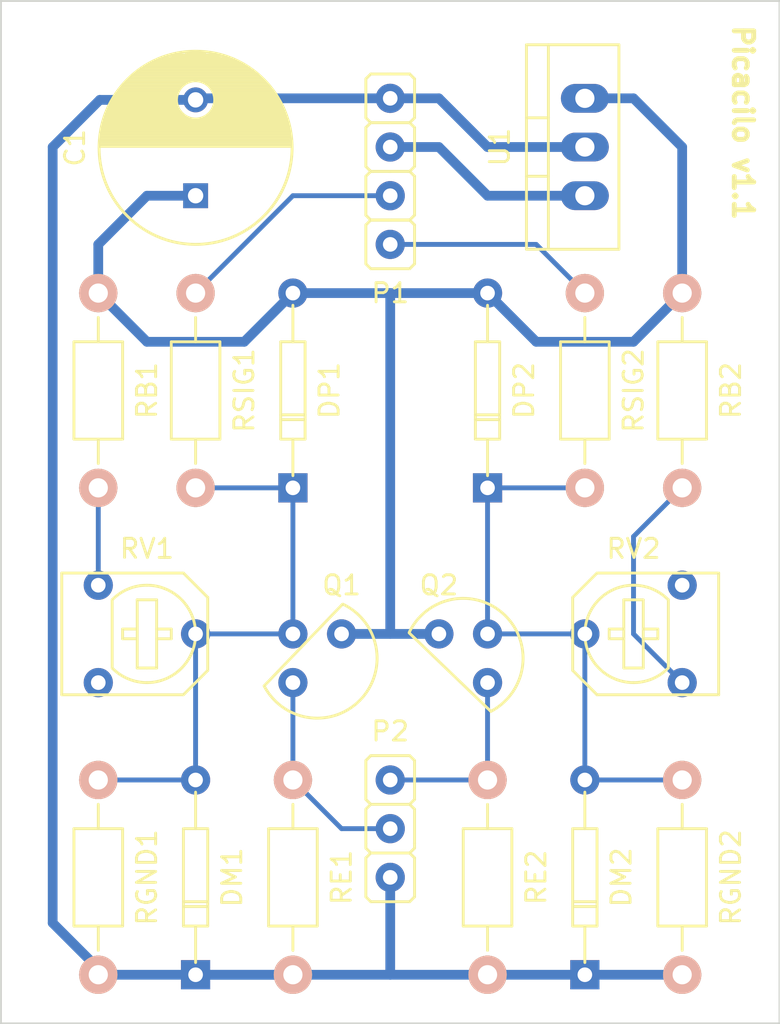
<source format=kicad_pcb>
(kicad_pcb (version 20221018) (generator pcbnew)
  (title_block (title "Picacilo") (date "2016-12-12") (rev "1.1"))
  (layers (0 "F.Cu" signal) (31 "B.Cu" signal) (34 "B.Paste" user) (35 "F.Paste" user) (36 "B.SilkS" user "B.Silkscreen") (37 "F.SilkS" user "F.Silkscreen") (38 "B.Mask" user) (39 "F.Mask" user) (44 "Edge.Cuts" user))
  (net 0 "")
  (net 1 "GND")
  (net 2 "VB1")
  (net 3 "VOUT1")
  (net 4 "VOUT2")
  (net 5 "VSTABLE")
  (net 6 "Net-(RB1-Pad2)")
  (net 7 "VIN1")
  (net 8 "VIN2")
  (net 9 "VCC")
  (net 10 "VB2")
  (net 11 "Net-(RB2-Pad2)")
  (footprint "Capacitors_THT:C_Radial_D10_L20_P5" (layer "F.Cu") (at 144.145 87.63 90)
    (fp_text reference "C1" (at 2.5 -6.3 270) (layer "F.SilkS"))
    (fp_text value "100uF" hide)
    (fp_line (start 2.575 -4.999) (end 2.575 4.999) (stroke (width 0.15)) (layer "F.SilkS"))
    (fp_line (start 2.715 -4.995) (end 2.715 4.995) (stroke (width 0.15)) (layer "F.SilkS"))
    (fp_line (start 2.855 -4.987) (end 2.855 4.987) (stroke (width 0.15)) (layer "F.SilkS"))
    (fp_line (start 2.995 -4.975) (end 2.995 4.975) (stroke (width 0.15)) (layer "F.SilkS"))
    (fp_line (start 3.135 -4.96) (end 3.135 4.96) (stroke (width 0.15)) (layer "F.SilkS"))
    (fp_line (start 3.275 -4.94) (end 3.275 4.94) (stroke (width 0.15)) (layer "F.SilkS"))
    (fp_line (start 3.415 -4.916) (end 3.415 4.916) (stroke (width 0.15)) (layer "F.SilkS"))
    (fp_line (start 3.555 -4.887) (end 3.555 4.887) (stroke (width 0.15)) (layer "F.SilkS"))
    (fp_line (start 3.695 -4.855) (end 3.695 4.855) (stroke (width 0.15)) (layer "F.SilkS"))
    (fp_line (start 3.835 -4.818) (end 3.835 4.818) (stroke (width 0.15)) (layer "F.SilkS"))
    (fp_line (start 3.975 -4.777) (end 3.975 4.777) (stroke (width 0.15)) (layer "F.SilkS"))
    (fp_line (start 4.115 -4.732) (end 4.115 -0.466) (stroke (width 0.15)) (layer "F.SilkS"))
    (fp_line (start 4.115 0.466) (end 4.115 4.732) (stroke (width 0.15)) (layer "F.SilkS"))
    (fp_line (start 4.255 -4.682) (end 4.255 -0.667) (stroke (width 0.15)) (layer "F.SilkS"))
    (fp_line (start 4.255 0.667) (end 4.255 4.682) (stroke (width 0.15)) (layer "F.SilkS"))
    (fp_line (start 4.395 -4.627) (end 4.395 -0.796) (stroke (width 0.15)) (layer "F.SilkS"))
    (fp_line (start 4.395 0.796) (end 4.395 4.627) (stroke (width 0.15)) (layer "F.SilkS"))
    (fp_line (start 4.535 -4.567) (end 4.535 -0.885) (stroke (width 0.15)) (layer "F.SilkS"))
    (fp_line (start 4.535 0.885) (end 4.535 4.567) (stroke (width 0.15)) (layer "F.SilkS"))
    (fp_line (start 4.675 -4.502) (end 4.675 -0.946) (stroke (width 0.15)) (layer "F.SilkS"))
    (fp_line (start 4.675 0.946) (end 4.675 4.502) (stroke (width 0.15)) (layer "F.SilkS"))
    (fp_line (start 4.815 -4.432) (end 4.815 -0.983) (stroke (width 0.15)) (layer "F.SilkS"))
    (fp_line (start 4.815 0.983) (end 4.815 4.432) (stroke (width 0.15)) (layer "F.SilkS"))
    (fp_line (start 4.955 -4.356) (end 4.955 -0.999) (stroke (width 0.15)) (layer "F.SilkS"))
    (fp_line (start 4.955 0.999) (end 4.955 4.356) (stroke (width 0.15)) (layer "F.SilkS"))
    (fp_line (start 5.095 -4.274) (end 5.095 -0.995) (stroke (width 0.15)) (layer "F.SilkS"))
    (fp_line (start 5.095 0.995) (end 5.095 4.274) (stroke (width 0.15)) (layer "F.SilkS"))
    (fp_line (start 5.235 -4.186) (end 5.235 -0.972) (stroke (width 0.15)) (layer "F.SilkS"))
    (fp_line (start 5.235 0.972) (end 5.235 4.186) (stroke (width 0.15)) (layer "F.SilkS"))
    (fp_line (start 5.375 -4.091) (end 5.375 -0.927) (stroke (width 0.15)) (layer "F.SilkS"))
    (fp_line (start 5.375 0.927) (end 5.375 4.091) (stroke (width 0.15)) (layer "F.SilkS"))
    (fp_line (start 5.515 -3.989) (end 5.515 -0.857) (stroke (width 0.15)) (layer "F.SilkS"))
    (fp_line (start 5.515 0.857) (end 5.515 3.989) (stroke (width 0.15)) (layer "F.SilkS"))
    (fp_line (start 5.655 -3.879) (end 5.655 -0.756) (stroke (width 0.15)) (layer "F.SilkS"))
    (fp_line (start 5.655 0.756) (end 5.655 3.879) (stroke (width 0.15)) (layer "F.SilkS"))
    (fp_line (start 5.795 -3.761) (end 5.795 -0.607) (stroke (width 0.15)) (layer "F.SilkS"))
    (fp_line (start 5.795 0.607) (end 5.795 3.761) (stroke (width 0.15)) (layer "F.SilkS"))
    (fp_line (start 5.935 -3.633) (end 5.935 -0.355) (stroke (width 0.15)) (layer "F.SilkS"))
    (fp_line (start 5.935 0.355) (end 5.935 3.633) (stroke (width 0.15)) (layer "F.SilkS"))
    (fp_line (start 6.075 -3.496) (end 6.075 3.496) (stroke (width 0.15)) (layer "F.SilkS"))
    (fp_line (start 6.215 -3.346) (end 6.215 3.346) (stroke (width 0.15)) (layer "F.SilkS"))
    (fp_line (start 6.355 -3.184) (end 6.355 3.184) (stroke (width 0.15)) (layer "F.SilkS"))
    (fp_line (start 6.495 -3.007) (end 6.495 3.007) (stroke (width 0.15)) (layer "F.SilkS"))
    (fp_line (start 6.635 -2.811) (end 6.635 2.811) (stroke (width 0.15)) (layer "F.SilkS"))
    (fp_line (start 6.775 -2.593) (end 6.775 2.593) (stroke (width 0.15)) (layer "F.SilkS"))
    (fp_line (start 6.915 -2.347) (end 6.915 2.347) (stroke (width 0.15)) (layer "F.SilkS"))
    (fp_line (start 7.055 -2.062) (end 7.055 2.062) (stroke (width 0.15)) (layer "F.SilkS"))
    (fp_line (start 7.195 -1.72) (end 7.195 1.72) (stroke (width 0.15)) (layer "F.SilkS"))
    (fp_line (start 7.335 -1.274) (end 7.335 1.274) (stroke (width 0.15)) (layer "F.SilkS"))
    (fp_line (start 7.475 -0.499) (end 7.475 0.499) (stroke (width 0.15)) (layer "F.SilkS"))
    (fp_circle (center 2.5 0) (end 2.5 -5.0375) (stroke (width 0.15)) (fill none) (layer "F.SilkS"))
    (fp_circle (center 5 0) (end 5 -1) (stroke (width 0.15)) (fill none) (layer "F.SilkS"))
    (pad "1" thru_hole rect (at 0 0 90) (size 1.3 1.3) (drill 0.8) (layers "*.Cu" "*.Mask") (net 5 "VSTABLE"))
    (pad "2" thru_hole circle (at 5 0 90) (size 1.3 1.3) (drill 0.8) (layers "*.Cu" "*.Mask") (net 1 "GND"))
  )
  (footprint "boul51:Diode-DO41" (layer "F.Cu") (at 144.145 123.19 90)
    (fp_text reference "DM1" (at 0 1.905 90) (layer "F.SilkS"))
    (fp_text value "1N4007" hide)
    (fp_line (start -4.445 0) (end -2.54 0) (stroke (width 0.15)) (layer "F.SilkS"))
    (fp_line (start -2.54 -0.635) (end -2.54 0.635) (stroke (width 0.15)) (layer "F.SilkS"))
    (fp_line (start -2.54 0.635) (end 2.54 0.635) (stroke (width 0.15)) (layer "F.SilkS"))
    (fp_line (start -1.524 -0.635) (end -1.524 0.635) (stroke (width 0.15)) (layer "F.SilkS"))
    (fp_line (start -1.27 -0.635) (end -1.27 0.635) (stroke (width 0.15)) (layer "F.SilkS"))
    (fp_line (start 2.54 -0.635) (end -2.54 -0.635) (stroke (width 0.15)) (layer "F.SilkS"))
    (fp_line (start 2.54 0) (end 2.54 -0.635) (stroke (width 0.15)) (layer "F.SilkS"))
    (fp_line (start 2.54 0) (end 4.445 0) (stroke (width 0.15)) (layer "F.SilkS"))
    (fp_line (start 2.54 0.635) (end 2.54 0) (stroke (width 0.15)) (layer "F.SilkS"))
    (pad "1" thru_hole rect (at -5.08 0 90) (size 1.524 1.524) (drill 0.762) (layers "*.Cu" "*.Mask") (net 1 "GND"))
    (pad "2" thru_hole circle (at 5.08 0 90) (size 1.524 1.524) (drill 0.762) (layers "*.Cu" "*.Mask") (net 2 "VB1"))
  )
  (footprint "boul51:Diode-DO41" (layer "F.Cu") (at 149.225 97.79 90)
    (fp_text reference "DP1" (at 0 1.905 90) (layer "F.SilkS"))
    (fp_text value "1N4007" hide)
    (fp_line (start -4.445 0) (end -2.54 0) (stroke (width 0.15)) (layer "F.SilkS"))
    (fp_line (start -2.54 -0.635) (end -2.54 0.635) (stroke (width 0.15)) (layer "F.SilkS"))
    (fp_line (start -2.54 0.635) (end 2.54 0.635) (stroke (width 0.15)) (layer "F.SilkS"))
    (fp_line (start -1.524 -0.635) (end -1.524 0.635) (stroke (width 0.15)) (layer "F.SilkS"))
    (fp_line (start -1.27 -0.635) (end -1.27 0.635) (stroke (width 0.15)) (layer "F.SilkS"))
    (fp_line (start 2.54 -0.635) (end -2.54 -0.635) (stroke (width 0.15)) (layer "F.SilkS"))
    (fp_line (start 2.54 0) (end 2.54 -0.635) (stroke (width 0.15)) (layer "F.SilkS"))
    (fp_line (start 2.54 0) (end 4.445 0) (stroke (width 0.15)) (layer "F.SilkS"))
    (fp_line (start 2.54 0.635) (end 2.54 0) (stroke (width 0.15)) (layer "F.SilkS"))
    (pad "1" thru_hole rect (at -5.08 0 90) (size 1.524 1.524) (drill 0.762) (layers "*.Cu" "*.Mask") (net 2 "VB1"))
    (pad "2" thru_hole circle (at 5.08 0 90) (size 1.524 1.524) (drill 0.762) (layers "*.Cu" "*.Mask") (net 5 "VSTABLE"))
  )
  (footprint "boul51:TO-92_1" (layer "F.Cu") (at 151.765 110.49 180)
    (fp_text reference "Q1" (at 0 2.54 180) (layer "F.SilkS"))
    (fp_text value "BC547b" hide)
    (fp_line (start -0.0508 1.5494) (end 4.04114 -2.71272) (stroke (width 0.15)) (layer "F.SilkS"))
    (fp_arc (start -0.0762 1.5494) (mid -0.976548 -3.441242) (end 4.04188 -2.71151) (stroke (width 0.15)) (layer "F.SilkS"))
    (pad "1" thru_hole circle (at 0 0 180) (size 1.524 1.524) (drill 0.762) (layers "*.Cu" "*.Mask") (net 5 "VSTABLE"))
    (pad "2" thru_hole circle (at 2.54 0 180) (size 1.524 1.524) (drill 0.762) (layers "*.Cu" "*.Mask") (net 2 "VB1"))
    (pad "3" thru_hole circle (at 2.54 -2.54 180) (size 1.524 1.524) (drill 0.762) (layers "*.Cu" "*.Mask") (net 3 "VOUT1"))
  )
  (footprint "Resistors_THT:Resistor_Horizontal_RM10mm" (layer "F.Cu") (at 139.065 92.71 -90)
    (fp_text reference "RB1" (at 5.08 -2.54 270) (layer "F.SilkS"))
    (fp_text value "33k")
    (fp_line (start 2.54 -1.27) (end 7.62 -1.27) (stroke (width 0.15)) (layer "F.SilkS"))
    (fp_line (start 2.54 0) (end 1.27 0) (stroke (width 0.15)) (layer "F.SilkS"))
    (fp_line (start 2.54 1.27) (end 2.54 -1.27) (stroke (width 0.15)) (layer "F.SilkS"))
    (fp_line (start 7.62 -1.27) (end 7.62 1.27) (stroke (width 0.15)) (layer "F.SilkS"))
    (fp_line (start 7.62 0) (end 8.89 0) (stroke (width 0.15)) (layer "F.SilkS"))
    (fp_line (start 7.62 1.27) (end 2.54 1.27) (stroke (width 0.15)) (layer "F.SilkS"))
    (pad "1" thru_hole circle (at 0 0 270) (size 1.99898 1.99898) (drill 1.00076) (layers "*.Cu" "*.SilkS" "*.Mask") (net 5 "VSTABLE"))
    (pad "2" thru_hole circle (at 10.16 0 270) (size 1.99898 1.99898) (drill 1.00076) (layers "*.Cu" "*.SilkS" "*.Mask") (net 6 "Net-(RB1-Pad2)"))
  )
  (footprint "Resistors_THT:Resistor_Horizontal_RM10mm" (layer "F.Cu") (at 149.225 118.11 -90)
    (fp_text reference "RE1" (at 5.08 -2.54 270) (layer "F.SilkS"))
    (fp_text value "1k")
    (fp_line (start 2.54 -1.27) (end 7.62 -1.27) (stroke (width 0.15)) (layer "F.SilkS"))
    (fp_line (start 2.54 0) (end 1.27 0) (stroke (width 0.15)) (layer "F.SilkS"))
    (fp_line (start 2.54 1.27) (end 2.54 -1.27) (stroke (width 0.15)) (layer "F.SilkS"))
    (fp_line (start 7.62 -1.27) (end 7.62 1.27) (stroke (width 0.15)) (layer "F.SilkS"))
    (fp_line (start 7.62 0) (end 8.89 0) (stroke (width 0.15)) (layer "F.SilkS"))
    (fp_line (start 7.62 1.27) (end 2.54 1.27) (stroke (width 0.15)) (layer "F.SilkS"))
    (pad "1" thru_hole circle (at 0 0 270) (size 1.99898 1.99898) (drill 1.00076) (layers "*.Cu" "*.SilkS" "*.Mask") (net 3 "VOUT1"))
    (pad "2" thru_hole circle (at 10.16 0 270) (size 1.99898 1.99898) (drill 1.00076) (layers "*.Cu" "*.SilkS" "*.Mask") (net 1 "GND"))
  )
  (footprint "Resistors_THT:Resistor_Horizontal_RM10mm" (layer "F.Cu") (at 139.065 118.11 -90)
    (fp_text reference "RGND1" (at 5.08 -2.54 270) (layer "F.SilkS"))
    (fp_text value "56k")
    (fp_line (start 2.54 -1.27) (end 7.62 -1.27) (stroke (width 0.15)) (layer "F.SilkS"))
    (fp_line (start 2.54 0) (end 1.27 0) (stroke (width 0.15)) (layer "F.SilkS"))
    (fp_line (start 2.54 1.27) (end 2.54 -1.27) (stroke (width 0.15)) (layer "F.SilkS"))
    (fp_line (start 7.62 -1.27) (end 7.62 1.27) (stroke (width 0.15)) (layer "F.SilkS"))
    (fp_line (start 7.62 0) (end 8.89 0) (stroke (width 0.15)) (layer "F.SilkS"))
    (fp_line (start 7.62 1.27) (end 2.54 1.27) (stroke (width 0.15)) (layer "F.SilkS"))
    (pad "1" thru_hole circle (at 0 0 270) (size 1.99898 1.99898) (drill 1.00076) (layers "*.Cu" "*.SilkS" "*.Mask") (net 2 "VB1"))
    (pad "2" thru_hole circle (at 10.16 0 270) (size 1.99898 1.99898) (drill 1.00076) (layers "*.Cu" "*.SilkS" "*.Mask") (net 1 "GND"))
  )
  (footprint "Resistors_THT:Resistor_Horizontal_RM10mm" (layer "F.Cu") (at 144.145 92.71 -90)
    (fp_text reference "RSIG1" (at 5.08 -2.54 270) (layer "F.SilkS"))
    (fp_text value "1MEG")
    (fp_line (start 2.54 -1.27) (end 7.62 -1.27) (stroke (width 0.15)) (layer "F.SilkS"))
    (fp_line (start 2.54 0) (end 1.27 0) (stroke (width 0.15)) (layer "F.SilkS"))
    (fp_line (start 2.54 1.27) (end 2.54 -1.27) (stroke (width 0.15)) (layer "F.SilkS"))
    (fp_line (start 7.62 -1.27) (end 7.62 1.27) (stroke (width 0.15)) (layer "F.SilkS"))
    (fp_line (start 7.62 0) (end 8.89 0) (stroke (width 0.15)) (layer "F.SilkS"))
    (fp_line (start 7.62 1.27) (end 2.54 1.27) (stroke (width 0.15)) (layer "F.SilkS"))
    (pad "1" thru_hole circle (at 0 0 270) (size 1.99898 1.99898) (drill 1.00076) (layers "*.Cu" "*.SilkS" "*.Mask") (net 7 "VIN1"))
    (pad "2" thru_hole circle (at 10.16 0 270) (size 1.99898 1.99898) (drill 1.00076) (layers "*.Cu" "*.SilkS" "*.Mask") (net 2 "VB1"))
  )
  (footprint "boul51:Pot_5x8mm" (layer "F.Cu") (at 141.605 110.49 -90)
    (fp_text reference "RV1" (at -4.445 0) (layer "F.SilkS"))
    (fp_text value "47k")
    (fp_line (start -3.175 -1.905) (end -3.175 4.445) (stroke (width 0.15)) (layer "F.SilkS"))
    (fp_line (start -3.175 -1.905) (end -1.905 -3.175) (stroke (width 0.15)) (layer "F.SilkS"))
    (fp_line (start -1.905 -3.175) (end 1.905 -3.175) (stroke (width 0.15)) (layer "F.SilkS"))
    (fp_line (start -1.78308 1.8161) (end 1.78816 1.8161) (stroke (width 0.15)) (layer "F.SilkS"))
    (fp_line (start -1.778 -0.508) (end -1.778 0.508) (stroke (width 0.15)) (layer "F.SilkS"))
    (fp_line (start -1.778 0.508) (end 1.778 0.508) (stroke (width 0.15)) (layer "F.SilkS"))
    (fp_line (start -0.254 -1.27) (end 0.254 -1.27) (stroke (width 0.15)) (layer "F.SilkS"))
    (fp_line (start -0.254 -0.508) (end -0.254 -1.27) (stroke (width 0.15)) (layer "F.SilkS"))
    (fp_line (start -0.254 0.508) (end -0.254 1.27) (stroke (width 0.15)) (layer "F.SilkS"))
    (fp_line (start -0.254 1.27) (end 0.254 1.27) (stroke (width 0.15)) (layer "F.SilkS"))
    (fp_line (start 0.254 -1.27) (end 0.254 -0.508) (stroke (width 0.15)) (layer "F.SilkS"))
    (fp_line (start 0.254 1.27) (end 0.254 0.508) (stroke (width 0.15)) (layer "F.SilkS"))
    (fp_line (start 1.778 -0.508) (end -1.778 -0.508) (stroke (width 0.15)) (layer "F.SilkS"))
    (fp_line (start 1.778 0) (end 1.778 -0.508) (stroke (width 0.15)) (layer "F.SilkS"))
    (fp_line (start 1.778 0.508) (end 1.778 0) (stroke (width 0.15)) (layer "F.SilkS"))
    (fp_line (start 1.905 -3.175) (end 3.175 -1.905) (stroke (width 0.15)) (layer "F.SilkS"))
    (fp_line (start 3.175 -1.905) (end 3.175 4.445) (stroke (width 0.15)) (layer "F.SilkS"))
    (fp_line (start 3.175 4.445) (end -3.175 4.445) (stroke (width 0.15)) (layer "F.SilkS"))
    (fp_arc (start -2.54 0) (mid 0 -2.54) (end 2.54 0) (stroke (width 0.15)) (layer "F.SilkS"))
    (fp_arc (start -1.796051 1.796051) (mid -2.346654 0.972016) (end -2.54 0) (stroke (width 0.15)) (layer "F.SilkS"))
    (fp_arc (start 2.54 0) (mid 2.346654 0.972016) (end 1.796051 1.796051) (stroke (width 0.15)) (layer "F.SilkS"))
    (pad "1" thru_hole circle (at -2.54 2.54 270) (size 1.524 1.524) (drill 0.762) (layers "*.Cu" "*.Mask") (net 6 "Net-(RB1-Pad2)"))
    (pad "2" thru_hole circle (at 0 -2.54 270) (size 1.524 1.524) (drill 0.762) (layers "*.Cu" "*.Mask") (net 2 "VB1"))
    (pad "3" thru_hole circle (at 2.54 2.54 270) (size 1.524 1.524) (drill 0.762) (layers "*.Cu" "*.Mask"))
  )
  (footprint "TO_SOT_Packages_THT:TO-220_Neutral123_Vertical" (layer "F.Cu") (at 164.465 85.09 90)
    (fp_text reference "U1" (at 0 -4.445 270) (layer "F.SilkS"))
    (fp_text value "LM2931A" hide)
    (fp_line (start -5.334 -1.905) (end -5.334 -3.048) (stroke (width 0.15)) (layer "F.SilkS"))
    (fp_line (start -5.334 1.778) (end -5.334 -1.905) (stroke (width 0.15)) (layer "F.SilkS"))
    (fp_line (start -1.524 -3.048) (end -1.524 -1.905) (stroke (width 0.15)) (layer "F.SilkS"))
    (fp_line (start 0 -3.048) (end -5.334 -3.048) (stroke (width 0.15)) (layer "F.SilkS"))
    (fp_line (start 0 -3.048) (end 5.334 -3.048) (stroke (width 0.15)) (layer "F.SilkS"))
    (fp_line (start 1.524 -3.048) (end 1.524 -1.905) (stroke (width 0.15)) (layer "F.SilkS"))
    (fp_line (start 5.334 -3.048) (end 5.334 -1.905) (stroke (width 0.15)) (layer "F.SilkS"))
    (fp_line (start 5.334 -1.905) (end -5.334 -1.905) (stroke (width 0.15)) (layer "F.SilkS"))
    (fp_line (start 5.334 -1.905) (end 5.334 1.778) (stroke (width 0.15)) (layer "F.SilkS"))
    (fp_line (start 5.334 1.778) (end -5.334 1.778) (stroke (width 0.15)) (layer "F.SilkS"))
    (pad "1" thru_hole oval (at -2.54 0 180) (size 2.49936 1.50114) (drill 1.00076) (layers "*.Cu" "*.Mask") (net 9 "VCC"))
    (pad "2" thru_hole oval (at 0 0 180) (size 2.49936 1.50114) (drill 1.00076) (layers "*.Cu" "*.Mask") (net 1 "GND"))
    (pad "3" thru_hole oval (at 2.54 0 180) (size 2.49936 1.50114) (drill 1.00076) (layers "*.Cu" "*.Mask") (net 5 "VSTABLE"))
  )
  (footprint "boul51:Diode-DO41" (layer "F.Cu") (at 164.465 123.19 90)
    (fp_text reference "DM2" (at 0 1.905 90) (layer "F.SilkS"))
    (fp_text value "1N4007" hide)
    (fp_line (start -4.445 0) (end -2.54 0) (stroke (width 0.15)) (layer "F.SilkS"))
    (fp_line (start -2.54 -0.635) (end -2.54 0.635) (stroke (width 0.15)) (layer "F.SilkS"))
    (fp_line (start -2.54 0.635) (end 2.54 0.635) (stroke (width 0.15)) (layer "F.SilkS"))
    (fp_line (start -1.524 -0.635) (end -1.524 0.635) (stroke (width 0.15)) (layer "F.SilkS"))
    (fp_line (start -1.27 -0.635) (end -1.27 0.635) (stroke (width 0.15)) (layer "F.SilkS"))
    (fp_line (start 2.54 -0.635) (end -2.54 -0.635) (stroke (width 0.15)) (layer "F.SilkS"))
    (fp_line (start 2.54 0) (end 2.54 -0.635) (stroke (width 0.15)) (layer "F.SilkS"))
    (fp_line (start 2.54 0) (end 4.445 0) (stroke (width 0.15)) (layer "F.SilkS"))
    (fp_line (start 2.54 0.635) (end 2.54 0) (stroke (width 0.15)) (layer "F.SilkS"))
    (pad "1" thru_hole rect (at -5.08 0 90) (size 1.524 1.524) (drill 0.762) (layers "*.Cu" "*.Mask") (net 1 "GND"))
    (pad "2" thru_hole circle (at 5.08 0 90) (size 1.524 1.524) (drill 0.762) (layers "*.Cu" "*.Mask") (net 10 "VB2"))
  )
  (footprint "boul51:Diode-DO41" (layer "F.Cu") (at 159.385 97.79 90)
    (fp_text reference "DP2" (at 0 1.905 90) (layer "F.SilkS"))
    (fp_text value "1N4007" hide)
    (fp_line (start -4.445 0) (end -2.54 0) (stroke (width 0.15)) (layer "F.SilkS"))
    (fp_line (start -2.54 -0.635) (end -2.54 0.635) (stroke (width 0.15)) (layer "F.SilkS"))
    (fp_line (start -2.54 0.635) (end 2.54 0.635) (stroke (width 0.15)) (layer "F.SilkS"))
    (fp_line (start -1.524 -0.635) (end -1.524 0.635) (stroke (width 0.15)) (layer "F.SilkS"))
    (fp_line (start -1.27 -0.635) (end -1.27 0.635) (stroke (width 0.15)) (layer "F.SilkS"))
    (fp_line (start 2.54 -0.635) (end -2.54 -0.635) (stroke (width 0.15)) (layer "F.SilkS"))
    (fp_line (start 2.54 0) (end 2.54 -0.635) (stroke (width 0.15)) (layer "F.SilkS"))
    (fp_line (start 2.54 0) (end 4.445 0) (stroke (width 0.15)) (layer "F.SilkS"))
    (fp_line (start 2.54 0.635) (end 2.54 0) (stroke (width 0.15)) (layer "F.SilkS"))
    (pad "1" thru_hole rect (at -5.08 0 90) (size 1.524 1.524) (drill 0.762) (layers "*.Cu" "*.Mask") (net 10 "VB2"))
    (pad "2" thru_hole circle (at 5.08 0 90) (size 1.524 1.524) (drill 0.762) (layers "*.Cu" "*.Mask") (net 5 "VSTABLE"))
  )
  (footprint "Resistors_THT:Resistor_Horizontal_RM10mm" (layer "F.Cu") (at 169.545 92.71 -90)
    (fp_text reference "RB2" (at 5.08 -2.54 270) (layer "F.SilkS"))
    (fp_text value "33k")
    (fp_line (start 2.54 -1.27) (end 7.62 -1.27) (stroke (width 0.15)) (layer "F.SilkS"))
    (fp_line (start 2.54 0) (end 1.27 0) (stroke (width 0.15)) (layer "F.SilkS"))
    (fp_line (start 2.54 1.27) (end 2.54 -1.27) (stroke (width 0.15)) (layer "F.SilkS"))
    (fp_line (start 7.62 -1.27) (end 7.62 1.27) (stroke (width 0.15)) (layer "F.SilkS"))
    (fp_line (start 7.62 0) (end 8.89 0) (stroke (width 0.15)) (layer "F.SilkS"))
    (fp_line (start 7.62 1.27) (end 2.54 1.27) (stroke (width 0.15)) (layer "F.SilkS"))
    (pad "1" thru_hole circle (at 0 0 270) (size 1.99898 1.99898) (drill 1.00076) (layers "*.Cu" "*.SilkS" "*.Mask") (net 5 "VSTABLE"))
    (pad "2" thru_hole circle (at 10.16 0 270) (size 1.99898 1.99898) (drill 1.00076) (layers "*.Cu" "*.SilkS" "*.Mask") (net 11 "Net-(RB2-Pad2)"))
  )
  (footprint "Resistors_THT:Resistor_Horizontal_RM10mm" (layer "F.Cu") (at 159.385 118.11 -90)
    (fp_text reference "RE2" (at 5.08 -2.54 270) (layer "F.SilkS"))
    (fp_text value "1k")
    (fp_line (start 2.54 -1.27) (end 7.62 -1.27) (stroke (width 0.15)) (layer "F.SilkS"))
    (fp_line (start 2.54 0) (end 1.27 0) (stroke (width 0.15)) (layer "F.SilkS"))
    (fp_line (start 2.54 1.27) (end 2.54 -1.27) (stroke (width 0.15)) (layer "F.SilkS"))
    (fp_line (start 7.62 -1.27) (end 7.62 1.27) (stroke (width 0.15)) (layer "F.SilkS"))
    (fp_line (start 7.62 0) (end 8.89 0) (stroke (width 0.15)) (layer "F.SilkS"))
    (fp_line (start 7.62 1.27) (end 2.54 1.27) (stroke (width 0.15)) (layer "F.SilkS"))
    (pad "1" thru_hole circle (at 0 0 270) (size 1.99898 1.99898) (drill 1.00076) (layers "*.Cu" "*.SilkS" "*.Mask") (net 4 "VOUT2"))
    (pad "2" thru_hole circle (at 10.16 0 270) (size 1.99898 1.99898) (drill 1.00076) (layers "*.Cu" "*.SilkS" "*.Mask") (net 1 "GND"))
  )
  (footprint "Resistors_THT:Resistor_Horizontal_RM10mm" (layer "F.Cu") (at 169.545 118.11 -90)
    (fp_text reference "RGND2" (at 5.08 -2.54 270) (layer "F.SilkS"))
    (fp_text value "56k")
    (fp_line (start 2.54 -1.27) (end 7.62 -1.27) (stroke (width 0.15)) (layer "F.SilkS"))
    (fp_line (start 2.54 0) (end 1.27 0) (stroke (width 0.15)) (layer "F.SilkS"))
    (fp_line (start 2.54 1.27) (end 2.54 -1.27) (stroke (width 0.15)) (layer "F.SilkS"))
    (fp_line (start 7.62 -1.27) (end 7.62 1.27) (stroke (width 0.15)) (layer "F.SilkS"))
    (fp_line (start 7.62 0) (end 8.89 0) (stroke (width 0.15)) (layer "F.SilkS"))
    (fp_line (start 7.62 1.27) (end 2.54 1.27) (stroke (width 0.15)) (layer "F.SilkS"))
    (pad "1" thru_hole circle (at 0 0 270) (size 1.99898 1.99898) (drill 1.00076) (layers "*.Cu" "*.SilkS" "*.Mask") (net 10 "VB2"))
    (pad "2" thru_hole circle (at 10.16 0 270) (size 1.99898 1.99898) (drill 1.00076) (layers "*.Cu" "*.SilkS" "*.Mask") (net 1 "GND"))
  )
  (footprint "Resistors_THT:Resistor_Horizontal_RM10mm" (layer "F.Cu") (at 164.465 92.71 -90)
    (fp_text reference "RSIG2" (at 5.08 -2.54 270) (layer "F.SilkS"))
    (fp_text value "1MEG")
    (fp_line (start 2.54 -1.27) (end 7.62 -1.27) (stroke (width 0.15)) (layer "F.SilkS"))
    (fp_line (start 2.54 0) (end 1.27 0) (stroke (width 0.15)) (layer "F.SilkS"))
    (fp_line (start 2.54 1.27) (end 2.54 -1.27) (stroke (width 0.15)) (layer "F.SilkS"))
    (fp_line (start 7.62 -1.27) (end 7.62 1.27) (stroke (width 0.15)) (layer "F.SilkS"))
    (fp_line (start 7.62 0) (end 8.89 0) (stroke (width 0.15)) (layer "F.SilkS"))
    (fp_line (start 7.62 1.27) (end 2.54 1.27) (stroke (width 0.15)) (layer "F.SilkS"))
    (pad "1" thru_hole circle (at 0 0 270) (size 1.99898 1.99898) (drill 1.00076) (layers "*.Cu" "*.SilkS" "*.Mask") (net 8 "VIN2"))
    (pad "2" thru_hole circle (at 10.16 0 270) (size 1.99898 1.99898) (drill 1.00076) (layers "*.Cu" "*.SilkS" "*.Mask") (net 10 "VB2"))
  )
  (footprint "boul51:Pot_5x8mm" (layer "F.Cu") (at 167.005 110.49 90)
    (fp_text reference "RV2" (at 4.445 0 180) (layer "F.SilkS"))
    (fp_text value "47k")
    (fp_line (start -3.175 -1.905) (end -3.175 4.445) (stroke (width 0.15)) (layer "F.SilkS"))
    (fp_line (start -3.175 -1.905) (end -1.905 -3.175) (stroke (width 0.15)) (layer "F.SilkS"))
    (fp_line (start -1.905 -3.175) (end 1.905 -3.175) (stroke (width 0.15)) (layer "F.SilkS"))
    (fp_line (start -1.78308 1.8161) (end 1.78816 1.8161) (stroke (width 0.15)) (layer "F.SilkS"))
    (fp_line (start -1.778 -0.508) (end -1.778 0.508) (stroke (width 0.15)) (layer "F.SilkS"))
    (fp_line (start -1.778 0.508) (end 1.778 0.508) (stroke (width 0.15)) (layer "F.SilkS"))
    (fp_line (start -0.254 -1.27) (end 0.254 -1.27) (stroke (width 0.15)) (layer "F.SilkS"))
    (fp_line (start -0.254 -0.508) (end -0.254 -1.27) (stroke (width 0.15)) (layer "F.SilkS"))
    (fp_line (start -0.254 0.508) (end -0.254 1.27) (stroke (width 0.15)) (layer "F.SilkS"))
    (fp_line (start -0.254 1.27) (end 0.254 1.27) (stroke (width 0.15)) (layer "F.SilkS"))
    (fp_line (start 0.254 -1.27) (end 0.254 -0.508) (stroke (width 0.15)) (layer "F.SilkS"))
    (fp_line (start 0.254 1.27) (end 0.254 0.508) (stroke (width 0.15)) (layer "F.SilkS"))
    (fp_line (start 1.778 -0.508) (end -1.778 -0.508) (stroke (width 0.15)) (layer "F.SilkS"))
    (fp_line (start 1.778 0) (end 1.778 -0.508) (stroke (width 0.15)) (layer "F.SilkS"))
    (fp_line (start 1.778 0.508) (end 1.778 0) (stroke (width 0.15)) (layer "F.SilkS"))
    (fp_line (start 1.905 -3.175) (end 3.175 -1.905) (stroke (width 0.15)) (layer "F.SilkS"))
    (fp_line (start 3.175 -1.905) (end 3.175 4.445) (stroke (width 0.15)) (layer "F.SilkS"))
    (fp_line (start 3.175 4.445) (end -3.175 4.445) (stroke (width 0.15)) (layer "F.SilkS"))
    (fp_arc (start -2.54 0) (mid 0 -2.54) (end 2.54 0) (stroke (width 0.15)) (layer "F.SilkS"))
    (fp_arc (start -1.796051 1.796051) (mid -2.346654 0.972016) (end -2.54 0) (stroke (width 0.15)) (layer "F.SilkS"))
    (fp_arc (start 2.54 0) (mid 2.346654 0.972016) (end 1.796051 1.796051) (stroke (width 0.15)) (layer "F.SilkS"))
    (pad "1" thru_hole circle (at -2.54 2.54 90) (size 1.524 1.524) (drill 0.762) (layers "*.Cu" "*.Mask") (net 11 "Net-(RB2-Pad2)"))
    (pad "2" thru_hole circle (at 0 -2.54 90) (size 1.524 1.524) (drill 0.762) (layers "*.Cu" "*.Mask") (net 10 "VB2"))
    (pad "3" thru_hole circle (at 2.54 2.54 90) (size 1.524 1.524) (drill 0.762) (layers "*.Cu" "*.Mask"))
  )
  (footprint "boul51:TO-92_2" (layer "F.Cu") (at 156.845 110.49 -90)
    (fp_text reference "Q2" (at -2.54 0) (layer "F.SilkS"))
    (fp_text value "BC547b" hide)
    (fp_line (start -0.0508 1.5494) (end 4.04114 -2.71272) (stroke (width 0.15)) (layer "F.SilkS"))
    (fp_arc (start -0.0762 1.5494) (mid -0.976548 -3.441242) (end 4.04188 -2.71151) (stroke (width 0.15)) (layer "F.SilkS"))
    (pad "1" thru_hole circle (at 0 0 270) (size 1.524 1.524) (drill 0.762) (layers "*.Cu" "*.Mask") (net 5 "VSTABLE"))
    (pad "2" thru_hole circle (at 0 -2.54 270) (size 1.524 1.524) (drill 0.762) (layers "*.Cu" "*.Mask") (net 10 "VB2"))
    (pad "3" thru_hole circle (at 2.54 -2.54 270) (size 1.524 1.524) (drill 0.762) (layers "*.Cu" "*.Mask") (net 4 "VOUT2"))
  )
  (footprint "boul51:PinHeader_x4" (layer "F.Cu") (at 154.305 85.09 -90)
    (fp_text reference "P1" (at 7.62 0) (layer "F.SilkS"))
    (fp_text value "CONN_01X04" hide)
    (fp_line (start -3.81 -1.016) (end -3.81 0) (stroke (width 0.15)) (layer "F.SilkS"))
    (fp_line (start -3.81 0) (end -3.81 1.016) (stroke (width 0.15)) (layer "F.SilkS"))
    (fp_line (start -3.81 1.016) (end -3.556 1.27) (stroke (width 0.15)) (layer "F.SilkS"))
    (fp_line (start -3.556 -1.27) (end -3.81 -1.016) (stroke (width 0.15)) (layer "F.SilkS"))
    (fp_line (start -3.556 1.27) (end -1.524 1.27) (stroke (width 0.15)) (layer "F.SilkS"))
    (fp_line (start -1.524 -1.27) (end -3.556 -1.27) (stroke (width 0.15)) (layer "F.SilkS"))
    (fp_line (start -1.524 1.27) (end -1.27 1.016) (stroke (width 0.15)) (layer "F.SilkS"))
    (fp_line (start -1.27 -1.016) (end -1.524 -1.27) (stroke (width 0.15)) (layer "F.SilkS"))
    (fp_line (start -1.27 -1.016) (end -1.27 0) (stroke (width 0.15)) (layer "F.SilkS"))
    (fp_line (start -1.27 0) (end -1.27 1.016) (stroke (width 0.15)) (layer "F.SilkS"))
    (fp_line (start -1.27 1.016) (end -1.27 -1.016) (stroke (width 0.15)) (layer "F.SilkS"))
    (fp_line (start -1.27 1.016) (end -1.016 1.27) (stroke (width 0.15)) (layer "F.SilkS"))
    (fp_line (start -1.016 -1.27) (end -1.27 -1.016) (stroke (width 0.15)) (layer "F.SilkS"))
    (fp_line (start -1.016 1.27) (end 1.016 1.27) (stroke (width 0.15)) (layer "F.SilkS"))
    (fp_line (start 1.016 -1.27) (end -1.016 -1.27) (stroke (width 0.15)) (layer "F.SilkS"))
    (fp_line (start 1.016 1.27) (end 1.27 1.016) (stroke (width 0.15)) (layer "F.SilkS"))
    (fp_line (start 1.27 -1.016) (end 1.016 -1.27) (stroke (width 0.15)) (layer "F.SilkS"))
    (fp_line (start 1.27 -1.016) (end 1.27 0) (stroke (width 0.15)) (layer "F.SilkS"))
    (fp_line (start 1.27 0) (end 1.27 1.016) (stroke (width 0.15)) (layer "F.SilkS"))
    (fp_line (start 1.27 1.016) (end 1.27 -1.016) (stroke (width 0.15)) (layer "F.SilkS"))
    (fp_line (start 1.27 1.016) (end 1.27 -1.016) (stroke (width 0.15)) (layer "F.SilkS"))
    (fp_line (start 1.27 1.016) (end 1.524 1.27) (stroke (width 0.15)) (layer "F.SilkS"))
    (fp_line (start 1.524 -1.27) (end 1.27 -1.016) (stroke (width 0.15)) (layer "F.SilkS"))
    (fp_line (start 1.524 1.27) (end 3.556 1.27) (stroke (width 0.15)) (layer "F.SilkS"))
    (fp_line (start 3.556 -1.27) (end 1.524 -1.27) (stroke (width 0.15)) (layer "F.SilkS"))
    (fp_line (start 3.556 1.27) (end 3.81 1.016) (stroke (width 0.15)) (layer "F.SilkS"))
    (fp_line (start 3.81 -1.016) (end 3.556 -1.27) (stroke (width 0.15)) (layer "F.SilkS"))
    (fp_line (start 3.81 -1.016) (end 3.81 0) (stroke (width 0.15)) (layer "F.SilkS"))
    (fp_line (start 3.81 0) (end 3.81 1.016) (stroke (width 0.15)) (layer "F.SilkS"))
    (fp_line (start 3.81 1.016) (end 3.81 -1.016) (stroke (width 0.15)) (layer "F.SilkS"))
    (fp_line (start 3.81 1.016) (end 3.81 -1.016) (stroke (width 0.15)) (layer "F.SilkS"))
    (fp_line (start 3.81 1.016) (end 3.81 -1.016) (stroke (width 0.15)) (layer "F.SilkS"))
    (fp_line (start 3.81 1.016) (end 4.064 1.27) (stroke (width 0.15)) (layer "F.SilkS"))
    (fp_line (start 4.064 -1.27) (end 3.81 -1.016) (stroke (width 0.15)) (layer "F.SilkS"))
    (fp_line (start 4.064 1.27) (end 6.096 1.27) (stroke (width 0.15)) (layer "F.SilkS"))
    (fp_line (start 6.096 -1.27) (end 4.064 -1.27) (stroke (width 0.15)) (layer "F.SilkS"))
    (fp_line (start 6.096 1.27) (end 6.35 1.016) (stroke (width 0.15)) (layer "F.SilkS"))
    (fp_line (start 6.35 -1.016) (end 6.096 -1.27) (stroke (width 0.15)) (layer "F.SilkS"))
    (fp_line (start 6.35 1.016) (end 6.35 -1.016) (stroke (width 0.15)) (layer "F.SilkS"))
    (pad "1" thru_hole circle (at -2.54 0 270) (size 1.524 1.524) (drill 0.762) (layers "*.Cu" "*.Mask") (net 1 "GND"))
    (pad "2" thru_hole circle (at 0 0 270) (size 1.524 1.524) (drill 0.762) (layers "*.Cu" "*.Mask") (net 9 "VCC"))
    (pad "3" thru_hole circle (at 2.54 0 270) (size 1.524 1.524) (drill 0.762) (layers "*.Cu" "*.Mask") (net 7 "VIN1"))
    (pad "4" thru_hole circle (at 5.08 0 270) (size 1.524 1.524) (drill 0.762) (layers "*.Cu" "*.Mask") (net 8 "VIN2"))
  )
  (footprint "boul51:PinHeader_x3" (layer "F.Cu") (at 154.305 120.65 90)
    (fp_text reference "P2" (at 5.08 0 180) (layer "F.SilkS"))
    (fp_text value "CONN_01X03" hide)
    (fp_line (start -3.81 -1.016) (end -3.81 1.016) (stroke (width 0.15)) (layer "F.SilkS"))
    (fp_line (start -3.81 1.016) (end -3.556 1.27) (stroke (width 0.15)) (layer "F.SilkS"))
    (fp_line (start -3.556 -1.27) (end -3.81 -1.016) (stroke (width 0.15)) (layer "F.SilkS"))
    (fp_line (start -3.556 1.27) (end -1.524 1.27) (stroke (width 0.15)) (layer "F.SilkS"))
    (fp_line (start -1.524 -1.27) (end -3.556 -1.27) (stroke (width 0.15)) (layer "F.SilkS"))
    (fp_line (start -1.524 1.27) (end -1.27 1.016) (stroke (width 0.15)) (layer "F.SilkS"))
    (fp_line (start -1.27 -1.016) (end -1.524 -1.27) (stroke (width 0.15)) (layer "F.SilkS"))
    (fp_line (start -1.27 -1.016) (end -1.27 1.016) (stroke (width 0.15)) (layer "F.SilkS"))
    (fp_line (start -1.27 1.016) (end -1.016 1.27) (stroke (width 0.15)) (layer "F.SilkS"))
    (fp_line (start -1.016 -1.27) (end -1.27 -1.016) (stroke (width 0.15)) (layer "F.SilkS"))
    (fp_line (start -1.016 1.27) (end -0.762 1.27) (stroke (width 0.15)) (layer "F.SilkS"))
    (fp_line (start -0.762 -1.27) (end -1.016 -1.27) (stroke (width 0.15)) (layer "F.SilkS"))
    (fp_line (start -0.762 1.27) (end 1.016 1.27) (stroke (width 0.15)) (layer "F.SilkS"))
    (fp_line (start 1.016 -1.27) (end -0.762 -1.27) (stroke (width 0.15)) (layer "F.SilkS"))
    (fp_line (start 1.016 1.27) (end 1.27 1.016) (stroke (width 0.15)) (layer "F.SilkS"))
    (fp_line (start 1.27 -1.016) (end 1.016 -1.27) (stroke (width 0.15)) (layer "F.SilkS"))
    (fp_line (start 1.27 1.016) (end 1.27 -1.016) (stroke (width 0.15)) (layer "F.SilkS"))
    (fp_line (start 1.27 1.016) (end 1.524 1.27) (stroke (width 0.15)) (layer "F.SilkS"))
    (fp_line (start 1.524 -1.27) (end 1.27 -1.016) (stroke (width 0.15)) (layer "F.SilkS"))
    (fp_line (start 1.524 1.27) (end 3.556 1.27) (stroke (width 0.15)) (layer "F.SilkS"))
    (fp_line (start 3.556 -1.27) (end 1.524 -1.27) (stroke (width 0.15)) (layer "F.SilkS"))
    (fp_line (start 3.556 1.27) (end 3.81 1.016) (stroke (width 0.15)) (layer "F.SilkS"))
    (fp_line (start 3.81 -1.016) (end 3.556 -1.27) (stroke (width 0.15)) (layer "F.SilkS"))
    (fp_line (start 3.81 1.016) (end 3.81 -1.016) (stroke (width 0.15)) (layer "F.SilkS"))
    (pad "1" thru_hole circle (at -2.54 0 90) (size 1.524 1.524) (drill 0.762) (layers "*.Cu" "*.Mask") (net 1 "GND"))
    (pad "2" thru_hole circle (at 0 0 90) (size 1.524 1.524) (drill 0.762) (layers "*.Cu" "*.Mask") (net 3 "VOUT1"))
    (pad "3" thru_hole circle (at 2.54 0 90) (size 1.524 1.524) (drill 0.762) (layers "*.Cu" "*.Mask") (net 4 "VOUT2"))
  )
  (gr_line (start 174.625 77.47) (end 133.985 77.47) (stroke (width 0.1)) (layer "Edge.Cuts"))
  (gr_line (start 133.985 130.81) (end 174.625 130.81) (stroke (width 0.1)) (layer "Edge.Cuts"))
  (gr_line (start 133.985 77.47) (end 133.985 130.81) (stroke (width 0.1)) (layer "Edge.Cuts"))
  (gr_line (start 174.625 130.81) (end 174.625 77.47) (stroke (width 0.1)) (layer "Edge.Cuts"))
  (gr_text "Picacilo v1.1" (at 172.72 83.82 270) (layer "F.SilkS") (effects (font (size 1.016 1.016) (thickness 0.254))))
  (segment (start 154.305 128.27) (end 159.385 128.27) (width 0.508) (layer "B.Cu") (net 1))
  (segment (start 144.225 82.55) (end 144.145 82.63) (width 0.508) (layer "B.Cu") (net 1))
  (segment (start 159.385 85.09) (end 156.845 82.55) (width 0.508) (layer "B.Cu") (net 1))
  (segment (start 156.845 82.55) (end 154.305 82.55) (width 0.508) (layer "B.Cu") (net 1))
  (segment (start 139.145 82.63) (end 136.685 85.09) (width 0.508) (layer "B.Cu") (net 1))
  (segment (start 136.685 85.09) (end 136.685 125.57) (width 0.508) (layer "B.Cu") (net 1))
  (segment (start 136.685 125.57) (end 139.065 127.95) (width 0.508) (layer "B.Cu") (net 1))
  (segment (start 139.065 127.95) (end 139.065 128.27) (width 0.508) (layer "B.Cu") (net 1))
  (segment (start 149.225 128.27) (end 154.305 128.27) (width 0.508) (layer "B.Cu") (net 1))
  (segment (start 159.385 128.27) (end 164.465 128.27) (width 0.508) (layer "B.Cu") (net 1))
  (segment (start 139.065 128.27) (end 149.225 128.27) (width 0.508) (layer "B.Cu") (net 1))
  (segment (start 154.305 82.55) (end 144.225 82.55) (width 0.508) (layer "B.Cu") (net 1))
  (segment (start 144.145 82.63) (end 139.145 82.63) (width 0.508) (layer "B.Cu") (net 1))
  (segment (start 154.305 123.19) (end 154.305 128.27) (width 0.508) (layer "B.Cu") (net 1))
  (segment (start 149.225 128.27) (end 144.145 128.27) (width 0.508) (layer "B.Cu") (net 1))
  (segment (start 164.465 128.27) (end 169.545 128.27) (width 0.508) (layer "B.Cu") (net 1))
  (segment (start 164.465 85.09) (end 159.385 85.09) (width 0.508) (layer "B.Cu") (net 1))
  (segment (start 149.225 102.87) (end 144.145 102.87) (width 0.254) (layer "B.Cu") (net 2))
  (segment (start 144.145 110.49) (end 149.225 110.49) (width 0.254) (layer "B.Cu") (net 2))
  (segment (start 139.065 118.11) (end 144.145 118.11) (width 0.254) (layer "B.Cu") (net 2))
  (segment (start 149.225 102.87) (end 149.225 110.49) (width 0.254) (layer "B.Cu") (net 2))
  (segment (start 144.145 118.11) (end 144.145 110.49) (width 0.254) (layer "B.Cu") (net 2))
  (segment (start 151.765 120.65) (end 149.225 118.11) (width 0.254) (layer "B.Cu") (net 3))
  (segment (start 154.305 120.65) (end 151.765 120.65) (width 0.254) (layer "B.Cu") (net 3))
  (segment (start 149.225 113.03) (end 149.225 118.11) (width 0.254) (layer "B.Cu") (net 3))
  (segment (start 154.305 118.11) (end 159.385 118.11) (width 0.254) (layer "B.Cu") (net 4))
  (segment (start 159.385 113.03) (end 159.385 118.11) (width 0.254) (layer "B.Cu") (net 4))
  (segment (start 154.305 110.49) (end 156.845 110.49) (width 0.508) (layer "B.Cu") (net 5))
  (segment (start 167.005 95.25) (end 161.925 95.25) (width 0.508) (layer "B.Cu") (net 5))
  (segment (start 161.925 95.25) (end 159.385 92.71) (width 0.508) (layer "B.Cu") (net 5))
  (segment (start 146.685 95.25) (end 141.605 95.25) (width 0.508) (layer "B.Cu") (net 5))
  (segment (start 141.605 95.25) (end 139.065 92.71) (width 0.508) (layer "B.Cu") (net 5))
  (segment (start 154.305 92.71) (end 149.225 92.71) (width 0.508) (layer "B.Cu") (net 5))
  (segment (start 139.065 90.17) (end 141.605 87.63) (width 0.508) (layer "B.Cu") (net 5))
  (segment (start 141.605 87.63) (end 144.145 87.63) (width 0.508) (layer "B.Cu") (net 5))
  (segment (start 169.545 85.09) (end 167.005 82.55) (width 0.508) (layer "B.Cu") (net 5))
  (segment (start 167.005 82.55) (end 164.465 82.55) (width 0.508) (layer "B.Cu") (net 5))
  (segment (start 151.765 110.49) (end 154.305 110.49) (width 0.508) (layer "B.Cu") (net 5))
  (segment (start 169.545 92.71) (end 167.005 95.25) (width 0.508) (layer "B.Cu") (net 5))
  (segment (start 169.545 92.71) (end 169.545 85.09) (width 0.508) (layer "B.Cu") (net 5))
  (segment (start 159.385 92.71) (end 154.305 92.71) (width 0.508) (layer "B.Cu") (net 5))
  (segment (start 139.065 92.71) (end 139.065 90.17) (width 0.508) (layer "B.Cu") (net 5))
  (segment (start 149.225 92.71) (end 146.685 95.25) (width 0.508) (layer "B.Cu") (net 5))
  (segment (start 154.305 110.49) (end 154.305 92.71) (width 0.508) (layer "B.Cu") (net 5))
  (segment (start 139.065 102.87) (end 139.065 107.95) (width 0.254) (layer "B.Cu") (net 6))
  (segment (start 149.225 87.63) (end 154.305 87.63) (width 0.254) (layer "B.Cu") (net 7))
  (segment (start 144.145 92.71) (end 149.225 87.63) (width 0.254) (layer "B.Cu") (net 7))
  (segment (start 161.925 90.17) (end 164.465 92.71) (width 0.254) (layer "B.Cu") (net 8))
  (segment (start 154.305 90.17) (end 161.925 90.17) (width 0.254) (layer "B.Cu") (net 8))
  (segment (start 159.385 87.63) (end 156.845 85.09) (width 0.508) (layer "B.Cu") (net 9))
  (segment (start 156.845 85.09) (end 154.305 85.09) (width 0.508) (layer "B.Cu") (net 9))
  (segment (start 164.465 87.63) (end 159.385 87.63) (width 0.508) (layer "B.Cu") (net 9))
  (segment (start 164.465 110.49) (end 159.385 110.49) (width 0.254) (layer "B.Cu") (net 10))
  (segment (start 169.545 118.11) (end 164.465 118.11) (width 0.254) (layer "B.Cu") (net 10))
  (segment (start 164.465 102.87) (end 159.385 102.87) (width 0.254) (layer "B.Cu") (net 10))
  (segment (start 159.385 102.87) (end 159.385 110.49) (width 0.254) (layer "B.Cu") (net 10))
  (segment (start 164.465 118.11) (end 164.465 110.49) (width 0.254) (layer "B.Cu") (net 10))
  (segment (start 167.005 105.41) (end 167.005 110.49) (width 0.254) (layer "B.Cu") (net 11))
  (segment (start 167.005 110.49) (end 169.545 113.03) (width 0.254) (layer "B.Cu") (net 11))
  (segment (start 169.545 102.87) (end 167.005 105.41) (width 0.254) (layer "B.Cu") (net 11))
)
</source>
